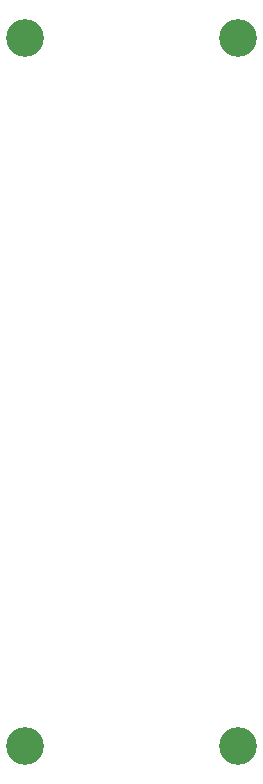
<source format=gbr>
%TF.GenerationSoftware,KiCad,Pcbnew,9.0.0*%
%TF.CreationDate,2025-03-29T01:56:17-04:00*%
%TF.ProjectId,SHERPENT20250113,53484552-5045-44e5-9432-303235303131,rev?*%
%TF.SameCoordinates,Original*%
%TF.FileFunction,NonPlated,1,4,NPTH,Drill*%
%TF.FilePolarity,Positive*%
%FSLAX46Y46*%
G04 Gerber Fmt 4.6, Leading zero omitted, Abs format (unit mm)*
G04 Created by KiCad (PCBNEW 9.0.0) date 2025-03-29 01:56:17*
%MOMM*%
%LPD*%
G01*
G04 APERTURE LIST*
%TA.AperFunction,ComponentDrill*%
%ADD10C,3.200000*%
%TD*%
G04 APERTURE END LIST*
D10*
%TO.C,H1*%
X139000000Y-73000000D03*
%TO.C,H3*%
X139000000Y-133000000D03*
%TO.C,H2*%
X157000000Y-73000000D03*
%TO.C,H4*%
X157000000Y-133000000D03*
M02*

</source>
